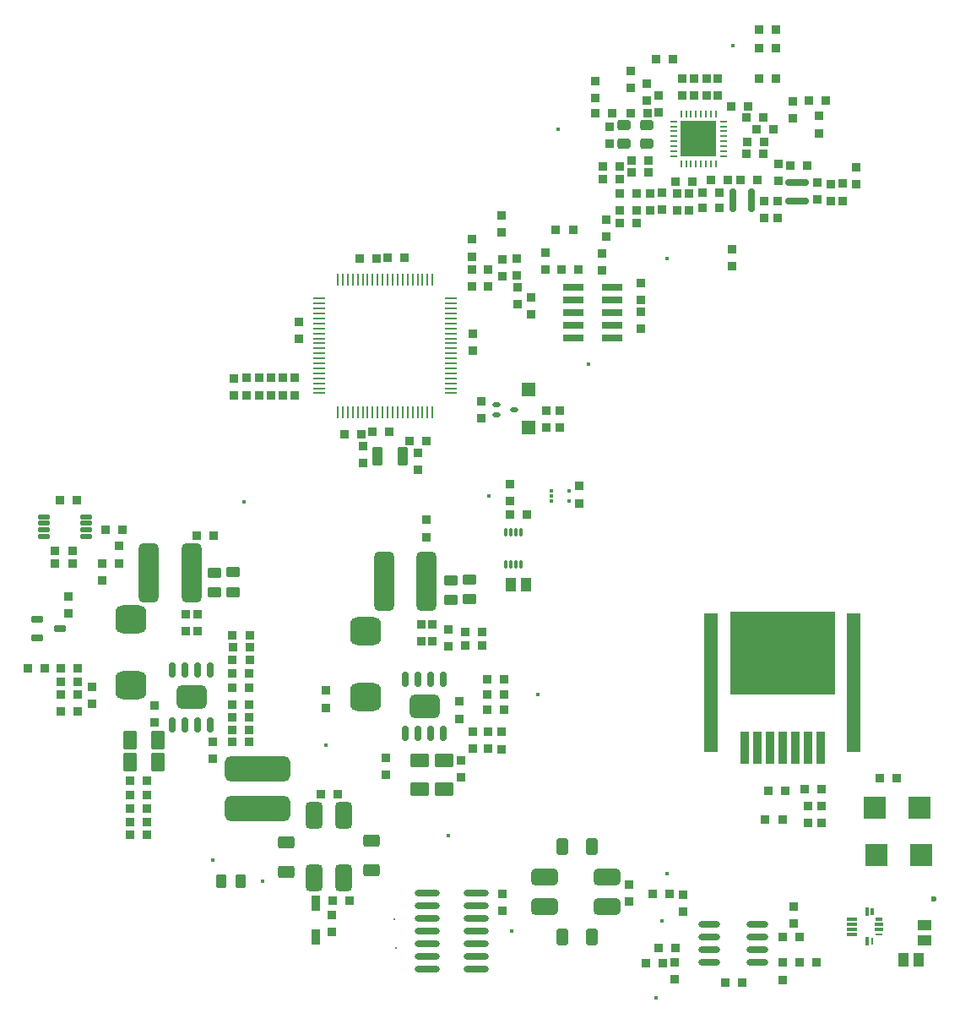
<source format=gtp>
G04 Layer_Color=8421504*
%FSLAX25Y25*%
%MOIN*%
G70*
G01*
G75*
%ADD10R,0.01181X0.03347*%
%ADD11R,0.01181X0.03150*%
%ADD12R,0.03150X0.01181*%
%ADD13R,0.03347X0.01181*%
%ADD14R,0.03150X0.01000*%
%ADD15R,0.01000X0.03150*%
G04:AMPARAMS|DCode=16|XSize=11.81mil|YSize=43.31mil|CornerRadius=2.95mil|HoleSize=0mil|Usage=FLASHONLY|Rotation=90.000|XOffset=0mil|YOffset=0mil|HoleType=Round|Shape=RoundedRectangle|*
%AMROUNDEDRECTD16*
21,1,0.01181,0.03740,0,0,90.0*
21,1,0.00591,0.04331,0,0,90.0*
1,1,0.00591,0.01870,0.00295*
1,1,0.00591,0.01870,-0.00295*
1,1,0.00591,-0.01870,-0.00295*
1,1,0.00591,-0.01870,0.00295*
%
%ADD16ROUNDEDRECTD16*%
%ADD17R,0.04331X0.01181*%
%ADD18R,0.05512X0.55118*%
G04:AMPARAMS|DCode=19|XSize=41.34mil|YSize=53.15mil|CornerRadius=6.2mil|HoleSize=0mil|Usage=FLASHONLY|Rotation=90.000|XOffset=0mil|YOffset=0mil|HoleType=Round|Shape=RoundedRectangle|*
%AMROUNDEDRECTD19*
21,1,0.04134,0.04075,0,0,90.0*
21,1,0.02894,0.05315,0,0,90.0*
1,1,0.01240,0.02037,0.01447*
1,1,0.01240,0.02037,-0.01447*
1,1,0.01240,-0.02037,-0.01447*
1,1,0.01240,-0.02037,0.01447*
%
%ADD19ROUNDEDRECTD19*%
G04:AMPARAMS|DCode=20|XSize=35.43mil|YSize=35.43mil|CornerRadius=8.86mil|HoleSize=0mil|Usage=FLASHONLY|Rotation=0.000|XOffset=0mil|YOffset=0mil|HoleType=Round|Shape=RoundedRectangle|*
%AMROUNDEDRECTD20*
21,1,0.03543,0.01772,0,0,0.0*
21,1,0.01772,0.03543,0,0,0.0*
1,1,0.01772,0.00886,-0.00886*
1,1,0.01772,-0.00886,-0.00886*
1,1,0.01772,-0.00886,0.00886*
1,1,0.01772,0.00886,0.00886*
%
%ADD20ROUNDEDRECTD20*%
G04:AMPARAMS|DCode=21|XSize=35.43mil|YSize=35.43mil|CornerRadius=8.86mil|HoleSize=0mil|Usage=FLASHONLY|Rotation=90.000|XOffset=0mil|YOffset=0mil|HoleType=Round|Shape=RoundedRectangle|*
%AMROUNDEDRECTD21*
21,1,0.03543,0.01772,0,0,90.0*
21,1,0.01772,0.03543,0,0,90.0*
1,1,0.01772,0.00886,0.00886*
1,1,0.01772,0.00886,-0.00886*
1,1,0.01772,-0.00886,-0.00886*
1,1,0.01772,-0.00886,0.00886*
%
%ADD21ROUNDEDRECTD21*%
G04:AMPARAMS|DCode=23|XSize=259.84mil|YSize=100.39mil|CornerRadius=25.1mil|HoleSize=0mil|Usage=FLASHONLY|Rotation=0.000|XOffset=0mil|YOffset=0mil|HoleType=Round|Shape=RoundedRectangle|*
%AMROUNDEDRECTD23*
21,1,0.25984,0.05020,0,0,0.0*
21,1,0.20965,0.10039,0,0,0.0*
1,1,0.05020,0.10482,-0.02510*
1,1,0.05020,-0.10482,-0.02510*
1,1,0.05020,-0.10482,0.02510*
1,1,0.05020,0.10482,0.02510*
%
%ADD23ROUNDEDRECTD23*%
G04:AMPARAMS|DCode=24|XSize=72.83mil|YSize=53.15mil|CornerRadius=7.97mil|HoleSize=0mil|Usage=FLASHONLY|Rotation=90.000|XOffset=0mil|YOffset=0mil|HoleType=Round|Shape=RoundedRectangle|*
%AMROUNDEDRECTD24*
21,1,0.07283,0.03720,0,0,90.0*
21,1,0.05689,0.05315,0,0,90.0*
1,1,0.01595,0.01860,0.02845*
1,1,0.01595,0.01860,-0.02845*
1,1,0.01595,-0.01860,-0.02845*
1,1,0.01595,-0.01860,0.02845*
%
%ADD24ROUNDEDRECTD24*%
G04:AMPARAMS|DCode=25|XSize=72.83mil|YSize=53.15mil|CornerRadius=7.97mil|HoleSize=0mil|Usage=FLASHONLY|Rotation=180.000|XOffset=0mil|YOffset=0mil|HoleType=Round|Shape=RoundedRectangle|*
%AMROUNDEDRECTD25*
21,1,0.07283,0.03720,0,0,180.0*
21,1,0.05689,0.05315,0,0,180.0*
1,1,0.01595,-0.02845,0.01860*
1,1,0.01595,0.02845,0.01860*
1,1,0.01595,0.02845,-0.01860*
1,1,0.01595,-0.02845,-0.01860*
%
%ADD25ROUNDEDRECTD25*%
G04:AMPARAMS|DCode=26|XSize=122.05mil|YSize=110.24mil|CornerRadius=27.56mil|HoleSize=0mil|Usage=FLASHONLY|Rotation=0.000|XOffset=0mil|YOffset=0mil|HoleType=Round|Shape=RoundedRectangle|*
%AMROUNDEDRECTD26*
21,1,0.12205,0.05512,0,0,0.0*
21,1,0.06693,0.11024,0,0,0.0*
1,1,0.05512,0.03347,-0.02756*
1,1,0.05512,-0.03347,-0.02756*
1,1,0.05512,-0.03347,0.02756*
1,1,0.05512,0.03347,0.02756*
%
%ADD26ROUNDEDRECTD26*%
%ADD27R,0.03347X0.06299*%
G04:AMPARAMS|DCode=28|XSize=25.59mil|YSize=90.55mil|CornerRadius=6.4mil|HoleSize=0mil|Usage=FLASHONLY|Rotation=0.000|XOffset=0mil|YOffset=0mil|HoleType=Round|Shape=RoundedRectangle|*
%AMROUNDEDRECTD28*
21,1,0.02559,0.07776,0,0,0.0*
21,1,0.01279,0.09055,0,0,0.0*
1,1,0.01279,0.00640,-0.03888*
1,1,0.01279,-0.00640,-0.03888*
1,1,0.01279,-0.00640,0.03888*
1,1,0.01279,0.00640,0.03888*
%
%ADD28ROUNDEDRECTD28*%
G04:AMPARAMS|DCode=29|XSize=25.59mil|YSize=90.55mil|CornerRadius=6.4mil|HoleSize=0mil|Usage=FLASHONLY|Rotation=90.000|XOffset=0mil|YOffset=0mil|HoleType=Round|Shape=RoundedRectangle|*
%AMROUNDEDRECTD29*
21,1,0.02559,0.07776,0,0,90.0*
21,1,0.01279,0.09055,0,0,90.0*
1,1,0.01279,0.03888,0.00640*
1,1,0.01279,0.03888,-0.00640*
1,1,0.01279,-0.03888,-0.00640*
1,1,0.01279,-0.03888,0.00640*
%
%ADD29ROUNDEDRECTD29*%
G04:AMPARAMS|DCode=30|XSize=66.93mil|YSize=49.21mil|CornerRadius=12.3mil|HoleSize=0mil|Usage=FLASHONLY|Rotation=180.000|XOffset=0mil|YOffset=0mil|HoleType=Round|Shape=RoundedRectangle|*
%AMROUNDEDRECTD30*
21,1,0.06693,0.02461,0,0,180.0*
21,1,0.04232,0.04921,0,0,180.0*
1,1,0.02461,-0.02116,0.01230*
1,1,0.02461,0.02116,0.01230*
1,1,0.02461,0.02116,-0.01230*
1,1,0.02461,-0.02116,-0.01230*
%
%ADD30ROUNDEDRECTD30*%
G04:AMPARAMS|DCode=31|XSize=94.49mil|YSize=122.05mil|CornerRadius=23.62mil|HoleSize=0mil|Usage=FLASHONLY|Rotation=90.000|XOffset=0mil|YOffset=0mil|HoleType=Round|Shape=RoundedRectangle|*
%AMROUNDEDRECTD31*
21,1,0.09449,0.07480,0,0,90.0*
21,1,0.04724,0.12205,0,0,90.0*
1,1,0.04724,0.03740,0.02362*
1,1,0.04724,0.03740,-0.02362*
1,1,0.04724,-0.03740,-0.02362*
1,1,0.04724,-0.03740,0.02362*
%
%ADD31ROUNDEDRECTD31*%
G04:AMPARAMS|DCode=32|XSize=23.62mil|YSize=57.09mil|CornerRadius=5.91mil|HoleSize=0mil|Usage=FLASHONLY|Rotation=180.000|XOffset=0mil|YOffset=0mil|HoleType=Round|Shape=RoundedRectangle|*
%AMROUNDEDRECTD32*
21,1,0.02362,0.04528,0,0,180.0*
21,1,0.01181,0.05709,0,0,180.0*
1,1,0.01181,-0.00591,0.02264*
1,1,0.01181,0.00591,0.02264*
1,1,0.01181,0.00591,-0.02264*
1,1,0.01181,-0.00591,-0.02264*
%
%ADD32ROUNDEDRECTD32*%
G04:AMPARAMS|DCode=33|XSize=236.22mil|YSize=78.74mil|CornerRadius=19.68mil|HoleSize=0mil|Usage=FLASHONLY|Rotation=270.000|XOffset=0mil|YOffset=0mil|HoleType=Round|Shape=RoundedRectangle|*
%AMROUNDEDRECTD33*
21,1,0.23622,0.03937,0,0,270.0*
21,1,0.19685,0.07874,0,0,270.0*
1,1,0.03937,-0.01968,-0.09842*
1,1,0.03937,-0.01968,0.09842*
1,1,0.03937,0.01968,0.09842*
1,1,0.03937,0.01968,-0.09842*
%
%ADD33ROUNDEDRECTD33*%
G04:AMPARAMS|DCode=34|XSize=106.3mil|YSize=66.93mil|CornerRadius=16.73mil|HoleSize=0mil|Usage=FLASHONLY|Rotation=90.000|XOffset=0mil|YOffset=0mil|HoleType=Round|Shape=RoundedRectangle|*
%AMROUNDEDRECTD34*
21,1,0.10630,0.03347,0,0,90.0*
21,1,0.07283,0.06693,0,0,90.0*
1,1,0.03346,0.01673,0.03642*
1,1,0.03346,0.01673,-0.03642*
1,1,0.03346,-0.01673,-0.03642*
1,1,0.03346,-0.01673,0.03642*
%
%ADD34ROUNDEDRECTD34*%
%ADD35R,0.14173X0.14173*%
%ADD36O,0.03150X0.00984*%
%ADD37O,0.00984X0.03150*%
G04:AMPARAMS|DCode=38|XSize=43.31mil|YSize=74.8mil|CornerRadius=10.83mil|HoleSize=0mil|Usage=FLASHONLY|Rotation=0.000|XOffset=0mil|YOffset=0mil|HoleType=Round|Shape=RoundedRectangle|*
%AMROUNDEDRECTD38*
21,1,0.04331,0.05315,0,0,0.0*
21,1,0.02165,0.07480,0,0,0.0*
1,1,0.02165,0.01083,-0.02657*
1,1,0.02165,-0.01083,-0.02657*
1,1,0.02165,-0.01083,0.02657*
1,1,0.02165,0.01083,0.02657*
%
%ADD38ROUNDEDRECTD38*%
G04:AMPARAMS|DCode=39|XSize=51.18mil|YSize=41.34mil|CornerRadius=10.34mil|HoleSize=0mil|Usage=FLASHONLY|Rotation=180.000|XOffset=0mil|YOffset=0mil|HoleType=Round|Shape=RoundedRectangle|*
%AMROUNDEDRECTD39*
21,1,0.05118,0.02067,0,0,180.0*
21,1,0.03051,0.04134,0,0,180.0*
1,1,0.02067,-0.01526,0.01034*
1,1,0.02067,0.01526,0.01034*
1,1,0.02067,0.01526,-0.01034*
1,1,0.02067,-0.01526,-0.01034*
%
%ADD39ROUNDEDRECTD39*%
G04:AMPARAMS|DCode=40|XSize=25.59mil|YSize=49.21mil|CornerRadius=6.4mil|HoleSize=0mil|Usage=FLASHONLY|Rotation=90.000|XOffset=0mil|YOffset=0mil|HoleType=Round|Shape=RoundedRectangle|*
%AMROUNDEDRECTD40*
21,1,0.02559,0.03642,0,0,90.0*
21,1,0.01279,0.04921,0,0,90.0*
1,1,0.01279,0.01821,0.00640*
1,1,0.01279,0.01821,-0.00640*
1,1,0.01279,-0.01821,-0.00640*
1,1,0.01279,-0.01821,0.00640*
%
%ADD40ROUNDEDRECTD40*%
G04:AMPARAMS|DCode=41|XSize=41.34mil|YSize=53.15mil|CornerRadius=6.2mil|HoleSize=0mil|Usage=FLASHONLY|Rotation=180.000|XOffset=0mil|YOffset=0mil|HoleType=Round|Shape=RoundedRectangle|*
%AMROUNDEDRECTD41*
21,1,0.04134,0.04075,0,0,180.0*
21,1,0.02894,0.05315,0,0,180.0*
1,1,0.01240,-0.01447,0.02037*
1,1,0.01240,0.01447,0.02037*
1,1,0.01240,0.01447,-0.02037*
1,1,0.01240,-0.01447,-0.02037*
%
%ADD41ROUNDEDRECTD41*%
G04:AMPARAMS|DCode=42|XSize=82.68mil|YSize=29.53mil|CornerRadius=7.38mil|HoleSize=0mil|Usage=FLASHONLY|Rotation=0.000|XOffset=0mil|YOffset=0mil|HoleType=Round|Shape=RoundedRectangle|*
%AMROUNDEDRECTD42*
21,1,0.08268,0.01476,0,0,0.0*
21,1,0.06791,0.02953,0,0,0.0*
1,1,0.01476,0.03396,-0.00738*
1,1,0.01476,-0.03396,-0.00738*
1,1,0.01476,-0.03396,0.00738*
1,1,0.01476,0.03396,0.00738*
%
%ADD42ROUNDEDRECTD42*%
G04:AMPARAMS|DCode=43|XSize=55.12mil|YSize=55.12mil|CornerRadius=8.27mil|HoleSize=0mil|Usage=FLASHONLY|Rotation=180.000|XOffset=0mil|YOffset=0mil|HoleType=Round|Shape=RoundedRectangle|*
%AMROUNDEDRECTD43*
21,1,0.05512,0.03858,0,0,180.0*
21,1,0.03858,0.05512,0,0,180.0*
1,1,0.01654,-0.01929,0.01929*
1,1,0.01654,0.01929,0.01929*
1,1,0.01654,0.01929,-0.01929*
1,1,0.01654,-0.01929,-0.01929*
%
%ADD43ROUNDEDRECTD43*%
G04:AMPARAMS|DCode=44|XSize=17.72mil|YSize=30.51mil|CornerRadius=4.43mil|HoleSize=0mil|Usage=FLASHONLY|Rotation=90.000|XOffset=0mil|YOffset=0mil|HoleType=Round|Shape=RoundedRectangle|*
%AMROUNDEDRECTD44*
21,1,0.01772,0.02165,0,0,90.0*
21,1,0.00886,0.03051,0,0,90.0*
1,1,0.00886,0.01083,0.00443*
1,1,0.00886,0.01083,-0.00443*
1,1,0.00886,-0.01083,-0.00443*
1,1,0.00886,-0.01083,0.00443*
%
%ADD44ROUNDEDRECTD44*%
G04:AMPARAMS|DCode=45|XSize=17.72mil|YSize=45.28mil|CornerRadius=1.95mil|HoleSize=0mil|Usage=FLASHONLY|Rotation=90.000|XOffset=0mil|YOffset=0mil|HoleType=Round|Shape=RoundedRectangle|*
%AMROUNDEDRECTD45*
21,1,0.01772,0.04138,0,0,90.0*
21,1,0.01382,0.04528,0,0,90.0*
1,1,0.00390,0.02069,0.00691*
1,1,0.00390,0.02069,-0.00691*
1,1,0.00390,-0.02069,-0.00691*
1,1,0.00390,-0.02069,0.00691*
%
%ADD45ROUNDEDRECTD45*%
%ADD46O,0.09842X0.02756*%
%ADD48R,0.41339X0.32677*%
%ADD49R,0.03740X0.12598*%
G04:AMPARAMS|DCode=51|XSize=66.93mil|YSize=49.21mil|CornerRadius=12.3mil|HoleSize=0mil|Usage=FLASHONLY|Rotation=90.000|XOffset=0mil|YOffset=0mil|HoleType=Round|Shape=RoundedRectangle|*
%AMROUNDEDRECTD51*
21,1,0.06693,0.02461,0,0,90.0*
21,1,0.04232,0.04921,0,0,90.0*
1,1,0.02461,0.01230,0.02116*
1,1,0.02461,0.01230,-0.02116*
1,1,0.02461,-0.01230,-0.02116*
1,1,0.02461,-0.01230,0.02116*
%
%ADD51ROUNDEDRECTD51*%
G04:AMPARAMS|DCode=52|XSize=106.3mil|YSize=66.93mil|CornerRadius=16.73mil|HoleSize=0mil|Usage=FLASHONLY|Rotation=180.000|XOffset=0mil|YOffset=0mil|HoleType=Round|Shape=RoundedRectangle|*
%AMROUNDEDRECTD52*
21,1,0.10630,0.03347,0,0,180.0*
21,1,0.07283,0.06693,0,0,180.0*
1,1,0.03346,-0.03642,0.01673*
1,1,0.03346,0.03642,0.01673*
1,1,0.03346,0.03642,-0.01673*
1,1,0.03346,-0.03642,-0.01673*
%
%ADD52ROUNDEDRECTD52*%
%ADD53R,0.05512X0.04331*%
%ADD54O,0.08661X0.02362*%
%ADD55R,0.04331X0.05512*%
G04:AMPARAMS|DCode=56|XSize=11.81mil|YSize=15.75mil|CornerRadius=1.95mil|HoleSize=0mil|Usage=FLASHONLY|Rotation=90.000|XOffset=0mil|YOffset=0mil|HoleType=Round|Shape=RoundedRectangle|*
%AMROUNDEDRECTD56*
21,1,0.01181,0.01185,0,0,90.0*
21,1,0.00791,0.01575,0,0,90.0*
1,1,0.00390,0.00592,0.00396*
1,1,0.00390,0.00592,-0.00396*
1,1,0.00390,-0.00592,-0.00396*
1,1,0.00390,-0.00592,0.00396*
%
%ADD56ROUNDEDRECTD56*%
G04:AMPARAMS|DCode=57|XSize=11.81mil|YSize=31.5mil|CornerRadius=1.95mil|HoleSize=0mil|Usage=FLASHONLY|Rotation=180.000|XOffset=0mil|YOffset=0mil|HoleType=Round|Shape=RoundedRectangle|*
%AMROUNDEDRECTD57*
21,1,0.01181,0.02760,0,0,180.0*
21,1,0.00791,0.03150,0,0,180.0*
1,1,0.00390,-0.00396,0.01380*
1,1,0.00390,0.00396,0.01380*
1,1,0.00390,0.00396,-0.01380*
1,1,0.00390,-0.00396,-0.01380*
%
%ADD57ROUNDEDRECTD57*%
G04:AMPARAMS|DCode=59|XSize=9.84mil|YSize=49.21mil|CornerRadius=1.97mil|HoleSize=0mil|Usage=FLASHONLY|Rotation=180.000|XOffset=0mil|YOffset=0mil|HoleType=Round|Shape=RoundedRectangle|*
%AMROUNDEDRECTD59*
21,1,0.00984,0.04528,0,0,180.0*
21,1,0.00591,0.04921,0,0,180.0*
1,1,0.00394,-0.00295,0.02264*
1,1,0.00394,0.00295,0.02264*
1,1,0.00394,0.00295,-0.02264*
1,1,0.00394,-0.00295,-0.02264*
%
%ADD59ROUNDEDRECTD59*%
G04:AMPARAMS|DCode=60|XSize=9.84mil|YSize=49.21mil|CornerRadius=1.97mil|HoleSize=0mil|Usage=FLASHONLY|Rotation=90.000|XOffset=0mil|YOffset=0mil|HoleType=Round|Shape=RoundedRectangle|*
%AMROUNDEDRECTD60*
21,1,0.00984,0.04528,0,0,90.0*
21,1,0.00591,0.04921,0,0,90.0*
1,1,0.00394,0.02264,0.00295*
1,1,0.00394,0.02264,-0.00295*
1,1,0.00394,-0.02264,-0.00295*
1,1,0.00394,-0.02264,0.00295*
%
%ADD60ROUNDEDRECTD60*%
%ADD61R,0.09055X0.09055*%
%ADD121C,0.01575*%
%ADD122C,0.02362*%
%ADD123C,0.00787*%
D10*
X525397Y385236D02*
D03*
Y373524D02*
D03*
D11*
X527464Y385236D02*
D03*
D12*
X530121Y382382D02*
D03*
D13*
Y380315D02*
D03*
Y378248D02*
D03*
D14*
Y376181D02*
D03*
D15*
X527464Y373524D02*
D03*
D16*
X519491Y382382D02*
D03*
D17*
Y380315D02*
D03*
Y378248D02*
D03*
Y376181D02*
D03*
D18*
X519983Y475787D02*
D03*
X463783D02*
D03*
D19*
X361223Y508367D02*
D03*
Y516044D02*
D03*
X275186Y511466D02*
D03*
Y519143D02*
D03*
X267706Y511367D02*
D03*
Y519044D02*
D03*
X368296Y508512D02*
D03*
Y516189D02*
D03*
D20*
X537110Y437992D02*
D03*
X530417D02*
D03*
X318999Y573524D02*
D03*
X325692D02*
D03*
X440653Y392322D02*
D03*
X447345D02*
D03*
X484551Y698670D02*
D03*
X477858D02*
D03*
X488291Y693847D02*
D03*
X481598D02*
D03*
X234438Y436957D02*
D03*
X241131D02*
D03*
X316426Y431543D02*
D03*
X309733D02*
D03*
X281387Y479378D02*
D03*
X274694D02*
D03*
X281387Y462055D02*
D03*
X274694D02*
D03*
X382076Y477015D02*
D03*
X375383D02*
D03*
X375384Y464811D02*
D03*
X382077D02*
D03*
X281682Y489516D02*
D03*
X274989D02*
D03*
X373415Y490303D02*
D03*
X366722D02*
D03*
X344885Y570965D02*
D03*
X351578D02*
D03*
X331795Y643110D02*
D03*
X325102D02*
D03*
X432090Y700245D02*
D03*
X438783D02*
D03*
X432413Y681652D02*
D03*
X439106D02*
D03*
X421067Y674359D02*
D03*
X427760D02*
D03*
X421067Y679280D02*
D03*
X427760D02*
D03*
X432386Y676820D02*
D03*
X439079D02*
D03*
X467129Y662950D02*
D03*
X460436D02*
D03*
X467129Y668847D02*
D03*
X460436D02*
D03*
X475299Y673867D02*
D03*
X481992D02*
D03*
X463783Y673965D02*
D03*
X470476D02*
D03*
X484551Y684202D02*
D03*
X477858D02*
D03*
X484649Y688827D02*
D03*
X477956D02*
D03*
X501775Y679673D02*
D03*
X495082D02*
D03*
X434551Y656937D02*
D03*
X427858D02*
D03*
X478448Y703099D02*
D03*
X471755D02*
D03*
X281584Y494339D02*
D03*
X274891D02*
D03*
X274891Y484594D02*
D03*
X281584D02*
D03*
X373279Y495737D02*
D03*
X366586D02*
D03*
X375383Y471110D02*
D03*
X382076D02*
D03*
X281387Y452212D02*
D03*
X274694D02*
D03*
X274694Y457035D02*
D03*
X281387D02*
D03*
X267312Y533610D02*
D03*
X260619D02*
D03*
X418114Y700343D02*
D03*
X424807D02*
D03*
X449807Y673178D02*
D03*
X456500D02*
D03*
X485239Y421555D02*
D03*
X491932D02*
D03*
X489471Y713977D02*
D03*
X482778D02*
D03*
X404826Y638484D02*
D03*
X411519D02*
D03*
X402562Y654429D02*
D03*
X409255D02*
D03*
X280403Y595815D02*
D03*
Y589122D02*
D03*
X457189Y707331D02*
D03*
Y714024D02*
D03*
X427858Y668749D02*
D03*
Y662056D02*
D03*
X314458Y389615D02*
D03*
X321150D02*
D03*
X204910Y522784D02*
D03*
X211603D02*
D03*
X234438Y415599D02*
D03*
X241131D02*
D03*
X234438Y420619D02*
D03*
X241131D02*
D03*
X234438Y425835D02*
D03*
X241131D02*
D03*
X234438Y431249D02*
D03*
X241131D02*
D03*
X448822Y721702D02*
D03*
X442130D02*
D03*
X509157Y705315D02*
D03*
X502464D02*
D03*
X213670Y476032D02*
D03*
X206978D02*
D03*
X207076Y481249D02*
D03*
X213769D02*
D03*
X443099Y371111D02*
D03*
X449792D02*
D03*
X206682Y547686D02*
D03*
X213375D02*
D03*
X224609Y535925D02*
D03*
X231302D02*
D03*
X204910Y527706D02*
D03*
X211603D02*
D03*
X489274Y725985D02*
D03*
X482581D02*
D03*
X489471Y733367D02*
D03*
X482778D02*
D03*
X493015Y433071D02*
D03*
X486322D02*
D03*
X505417Y365158D02*
D03*
X498724D02*
D03*
X500791Y433760D02*
D03*
X507483D02*
D03*
X498625Y375197D02*
D03*
X491932D02*
D03*
X476086Y357382D02*
D03*
X469393D02*
D03*
X342818Y643209D02*
D03*
X336125D02*
D03*
X329924Y574606D02*
D03*
X336617D02*
D03*
X384551Y541929D02*
D03*
X391244D02*
D03*
D21*
X369688Y606595D02*
D03*
Y613287D02*
D03*
X300987Y611221D02*
D03*
Y617914D02*
D03*
X443114Y700540D02*
D03*
X438487Y705166D02*
D03*
X443114Y707233D02*
D03*
X438487Y711859D02*
D03*
X490357Y673473D02*
D03*
Y680166D02*
D03*
X515653Y665796D02*
D03*
Y672489D02*
D03*
X452647Y391879D02*
D03*
Y385186D02*
D03*
X375777Y456248D02*
D03*
Y449555D02*
D03*
X267017Y452410D02*
D03*
Y445717D02*
D03*
X375791Y632087D02*
D03*
Y638779D02*
D03*
X369491Y632087D02*
D03*
Y638779D02*
D03*
X381499Y636024D02*
D03*
Y642717D02*
D03*
X369491Y650492D02*
D03*
Y643799D02*
D03*
X398527Y645177D02*
D03*
Y638484D02*
D03*
X381007Y659941D02*
D03*
Y653248D02*
D03*
X422247Y651673D02*
D03*
Y658366D02*
D03*
X431992Y710382D02*
D03*
Y717075D02*
D03*
X452365Y714123D02*
D03*
Y707430D02*
D03*
X392818Y627559D02*
D03*
Y620866D02*
D03*
X219380Y473964D02*
D03*
Y467271D02*
D03*
X335521Y446011D02*
D03*
Y439318D02*
D03*
X314064Y377410D02*
D03*
Y384103D02*
D03*
X281388Y473767D02*
D03*
Y467074D02*
D03*
X311801Y472488D02*
D03*
Y465795D02*
D03*
X364360Y468157D02*
D03*
Y461464D02*
D03*
X244084Y466582D02*
D03*
Y459889D02*
D03*
X256486Y495815D02*
D03*
Y502508D02*
D03*
X260915Y495815D02*
D03*
Y502508D02*
D03*
X349314Y491831D02*
D03*
Y498524D02*
D03*
X353743Y491831D02*
D03*
Y498524D02*
D03*
X275384Y595716D02*
D03*
Y589023D02*
D03*
X285325Y595815D02*
D03*
Y589121D02*
D03*
X289944Y595815D02*
D03*
Y589122D02*
D03*
X299558Y595815D02*
D03*
Y589122D02*
D03*
X326381Y569095D02*
D03*
Y562402D02*
D03*
X348035Y566339D02*
D03*
Y559646D02*
D03*
X423724Y695028D02*
D03*
Y688335D02*
D03*
X461913Y714122D02*
D03*
Y707429D02*
D03*
X466539Y714122D02*
D03*
Y707429D02*
D03*
X450495Y662056D02*
D03*
Y668749D02*
D03*
X439768Y662056D02*
D03*
Y668749D02*
D03*
X444293Y662155D02*
D03*
Y668848D02*
D03*
X455219Y662056D02*
D03*
Y668749D02*
D03*
X490062Y659005D02*
D03*
Y665698D02*
D03*
X484747Y659005D02*
D03*
Y665698D02*
D03*
X505810Y666190D02*
D03*
Y672883D02*
D03*
X511027Y665698D02*
D03*
Y672391D02*
D03*
X496165Y704969D02*
D03*
Y698276D02*
D03*
X434452Y662056D02*
D03*
Y668749D02*
D03*
X274694Y467075D02*
D03*
Y473768D02*
D03*
X369675Y449555D02*
D03*
Y456248D02*
D03*
X381190Y456149D02*
D03*
Y449457D02*
D03*
X520968Y679083D02*
D03*
Y672390D02*
D03*
X506303Y699162D02*
D03*
Y692469D02*
D03*
X418015Y706150D02*
D03*
Y712843D02*
D03*
X381499Y392422D02*
D03*
Y385729D02*
D03*
X206978Y464319D02*
D03*
Y471012D02*
D03*
X213769Y464221D02*
D03*
Y470914D02*
D03*
X449398Y365206D02*
D03*
Y358513D02*
D03*
X223527Y522540D02*
D03*
Y515847D02*
D03*
X230009Y522784D02*
D03*
Y529477D02*
D03*
X294773Y589123D02*
D03*
Y595816D02*
D03*
X364950Y445127D02*
D03*
Y438434D02*
D03*
X403926Y582922D02*
D03*
Y576229D02*
D03*
X194084Y481249D02*
D03*
X200777D02*
D03*
X444773Y365107D02*
D03*
X438080D02*
D03*
X359930Y489910D02*
D03*
Y496603D02*
D03*
X398808Y576229D02*
D03*
Y582922D02*
D03*
X373119Y579871D02*
D03*
Y586564D02*
D03*
X387306Y624902D02*
D03*
Y631595D02*
D03*
X496263Y387402D02*
D03*
Y380709D02*
D03*
X502070Y420276D02*
D03*
Y426968D02*
D03*
X507483Y427067D02*
D03*
Y420374D02*
D03*
X491932Y358465D02*
D03*
Y365158D02*
D03*
X431400Y395866D02*
D03*
Y389174D02*
D03*
X411618Y553149D02*
D03*
Y546456D02*
D03*
X436027Y621850D02*
D03*
Y615157D02*
D03*
X436027Y626476D02*
D03*
Y633169D02*
D03*
X384550Y553839D02*
D03*
Y547146D02*
D03*
X387011Y636221D02*
D03*
Y642913D02*
D03*
X471952Y639961D02*
D03*
Y646654D02*
D03*
X351564Y539811D02*
D03*
Y533118D02*
D03*
X210029Y502804D02*
D03*
Y509497D02*
D03*
X420673Y638433D02*
D03*
Y645126D02*
D03*
D23*
X284832Y426031D02*
D03*
Y441582D02*
D03*
D24*
X245561Y453000D02*
D03*
X234340D02*
D03*
X245561Y444240D02*
D03*
X234340D02*
D03*
D25*
X358356Y444929D02*
D03*
Y433708D02*
D03*
X348612Y444929D02*
D03*
Y433708D02*
D03*
D26*
X234635Y474653D02*
D03*
Y500638D02*
D03*
X327253Y496110D02*
D03*
Y470126D02*
D03*
D27*
X307666Y375147D02*
D03*
Y388532D02*
D03*
D28*
X472444Y665894D02*
D03*
X479728D02*
D03*
D29*
X497838Y665697D02*
D03*
Y672981D02*
D03*
D30*
X296151Y412744D02*
D03*
Y401130D02*
D03*
X329911Y413138D02*
D03*
Y401523D02*
D03*
D31*
X258651Y469831D02*
D03*
X350580Y466287D02*
D03*
D32*
X266151Y480559D02*
D03*
X261151D02*
D03*
X256151D02*
D03*
X251151D02*
D03*
X266151Y459102D02*
D03*
X261151D02*
D03*
X256151D02*
D03*
X251151D02*
D03*
X343080Y455559D02*
D03*
X348080D02*
D03*
X353080D02*
D03*
X358080D02*
D03*
X343080Y477016D02*
D03*
X348080D02*
D03*
X353080D02*
D03*
X358080D02*
D03*
D33*
X258749Y518945D02*
D03*
X241820D02*
D03*
X351564Y515500D02*
D03*
X334635D02*
D03*
D34*
X307076Y398571D02*
D03*
X318887D02*
D03*
Y423374D02*
D03*
X307076D02*
D03*
D35*
X458862Y690205D02*
D03*
D36*
X449019Y683316D02*
D03*
Y685284D02*
D03*
Y687253D02*
D03*
Y689221D02*
D03*
Y691189D02*
D03*
Y693158D02*
D03*
Y695126D02*
D03*
Y697095D02*
D03*
X468704D02*
D03*
Y695126D02*
D03*
Y693158D02*
D03*
Y691189D02*
D03*
Y689221D02*
D03*
Y687253D02*
D03*
Y685284D02*
D03*
Y683316D02*
D03*
D37*
X451972Y700048D02*
D03*
X453940D02*
D03*
X455909D02*
D03*
X457877D02*
D03*
X459846D02*
D03*
X461814D02*
D03*
X463783D02*
D03*
X465752D02*
D03*
Y680363D02*
D03*
X463783D02*
D03*
X461814D02*
D03*
X459846D02*
D03*
X457877D02*
D03*
X455909D02*
D03*
X453940D02*
D03*
X451972D02*
D03*
D38*
X332090Y564961D02*
D03*
X341932D02*
D03*
D39*
X438389Y695520D02*
D03*
X429334D02*
D03*
Y688237D02*
D03*
X438389D02*
D03*
D40*
X197824Y500737D02*
D03*
Y493257D02*
D03*
X206682Y496997D02*
D03*
D41*
X278237Y397391D02*
D03*
X270560D02*
D03*
D42*
X424820Y631471D02*
D03*
Y621471D02*
D03*
Y626471D02*
D03*
Y616471D02*
D03*
Y611471D02*
D03*
X409466Y631471D02*
D03*
Y626471D02*
D03*
Y616471D02*
D03*
Y621471D02*
D03*
Y611471D02*
D03*
D43*
X391623Y591387D02*
D03*
Y576426D02*
D03*
D44*
X385914Y583217D02*
D03*
X379222Y581249D02*
D03*
Y585186D02*
D03*
D45*
X217115Y533414D02*
D03*
Y535973D02*
D03*
Y538532D02*
D03*
Y541091D02*
D03*
X200383Y533414D02*
D03*
Y535973D02*
D03*
Y538532D02*
D03*
Y541091D02*
D03*
D46*
X351775Y392618D02*
D03*
Y387618D02*
D03*
Y382618D02*
D03*
Y377618D02*
D03*
Y372618D02*
D03*
Y367618D02*
D03*
Y362618D02*
D03*
X371066Y392618D02*
D03*
Y387618D02*
D03*
Y382618D02*
D03*
Y377618D02*
D03*
Y372618D02*
D03*
Y367618D02*
D03*
Y362618D02*
D03*
D48*
X491972Y487284D02*
D03*
D49*
X506972Y450079D02*
D03*
X501972D02*
D03*
X496972D02*
D03*
X491972D02*
D03*
X486972D02*
D03*
X481972D02*
D03*
X476972D02*
D03*
D51*
X416736Y375295D02*
D03*
X405121D02*
D03*
X416834Y411122D02*
D03*
X405220D02*
D03*
D52*
X422739Y399114D02*
D03*
Y387303D02*
D03*
X397936D02*
D03*
Y399114D02*
D03*
D53*
X548232Y379823D02*
D03*
Y373917D02*
D03*
D54*
X482076Y365284D02*
D03*
Y370284D02*
D03*
Y375284D02*
D03*
Y380284D02*
D03*
X463178Y365284D02*
D03*
Y370284D02*
D03*
Y375284D02*
D03*
Y380284D02*
D03*
D55*
X390751Y514272D02*
D03*
X384846D02*
D03*
X539865Y366339D02*
D03*
X545771D02*
D03*
D56*
X407582Y551378D02*
D03*
Y547441D02*
D03*
X400889D02*
D03*
Y549409D02*
D03*
Y551378D02*
D03*
D57*
X382779Y522244D02*
D03*
X384747D02*
D03*
X386716D02*
D03*
X388684D02*
D03*
X382779Y534842D02*
D03*
X384747D02*
D03*
X386716D02*
D03*
X388684D02*
D03*
D59*
X316427Y582429D02*
D03*
X318395D02*
D03*
X320364D02*
D03*
X322332D02*
D03*
X324301D02*
D03*
X326269D02*
D03*
X328238D02*
D03*
X330206D02*
D03*
X332175D02*
D03*
X334143D02*
D03*
X336112D02*
D03*
X338080D02*
D03*
X340049D02*
D03*
X342017D02*
D03*
X343986D02*
D03*
X345954D02*
D03*
X347923D02*
D03*
X349891D02*
D03*
X351860D02*
D03*
X353828D02*
D03*
Y634594D02*
D03*
X351860D02*
D03*
X349891D02*
D03*
X347923D02*
D03*
X345954D02*
D03*
X343986D02*
D03*
X342017D02*
D03*
X340049D02*
D03*
X338080D02*
D03*
X336112D02*
D03*
X334143D02*
D03*
X332175D02*
D03*
X330206D02*
D03*
X328238D02*
D03*
X326269D02*
D03*
X324301D02*
D03*
X322332D02*
D03*
X320364D02*
D03*
X318395D02*
D03*
X316427D02*
D03*
D60*
X361210Y589811D02*
D03*
Y591779D02*
D03*
Y593748D02*
D03*
Y595716D02*
D03*
Y597685D02*
D03*
Y599653D02*
D03*
Y601622D02*
D03*
Y603590D02*
D03*
Y605559D02*
D03*
Y607527D02*
D03*
Y609496D02*
D03*
Y611464D02*
D03*
Y613433D02*
D03*
Y615401D02*
D03*
Y617370D02*
D03*
Y619338D02*
D03*
Y621307D02*
D03*
Y623275D02*
D03*
Y625244D02*
D03*
Y627212D02*
D03*
X309045D02*
D03*
Y625244D02*
D03*
Y623275D02*
D03*
Y621307D02*
D03*
Y619338D02*
D03*
Y617370D02*
D03*
Y615401D02*
D03*
Y613433D02*
D03*
Y611464D02*
D03*
Y609496D02*
D03*
Y607527D02*
D03*
Y605559D02*
D03*
Y603590D02*
D03*
Y601622D02*
D03*
Y599653D02*
D03*
Y597685D02*
D03*
Y595716D02*
D03*
Y593748D02*
D03*
Y591779D02*
D03*
Y589811D02*
D03*
D61*
X546066Y426279D02*
D03*
X528350D02*
D03*
X529039Y407480D02*
D03*
X546755D02*
D03*
D121*
X442228Y351378D02*
D03*
X446249Y400442D02*
D03*
X395377Y471063D02*
D03*
X415554Y601181D02*
D03*
X360225Y415206D02*
D03*
X446263Y643110D02*
D03*
X403251Y693946D02*
D03*
X444294Y381791D02*
D03*
X385240Y377559D02*
D03*
X267214Y405658D02*
D03*
X472543Y727067D02*
D03*
X375974Y549359D02*
D03*
X311899Y451130D02*
D03*
X279320Y547094D02*
D03*
X286762Y397370D02*
D03*
D122*
X551775Y390158D02*
D03*
D123*
X338783Y382185D02*
D03*
X339570Y370866D02*
D03*
M02*

</source>
